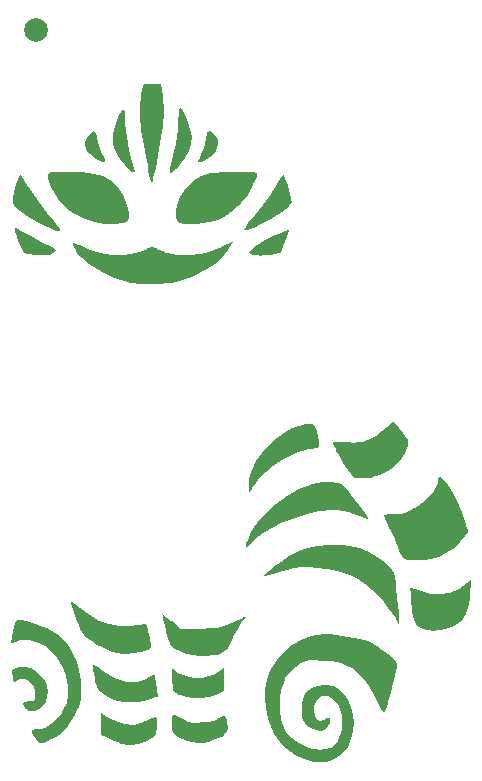
<source format=gbr>
%TF.GenerationSoftware,KiCad,Pcbnew,8.0.4*%
%TF.CreationDate,2024-07-22T12:01:49+03:00*%
%TF.ProjectId,purrChash,70757272-4368-4617-9368-2e6b69636164,rev?*%
%TF.SameCoordinates,Original*%
%TF.FileFunction,Soldermask,Top*%
%TF.FilePolarity,Negative*%
%FSLAX46Y46*%
G04 Gerber Fmt 4.6, Leading zero omitted, Abs format (unit mm)*
G04 Created by KiCad (PCBNEW 8.0.4) date 2024-07-22 12:01:49*
%MOMM*%
%LPD*%
G01*
G04 APERTURE LIST*
%ADD10C,0.000000*%
%ADD11C,2.000000*%
G04 APERTURE END LIST*
D10*
%TO.C,*%
G36*
X32386000Y-25740000D02*
G01*
X32539000Y-25867000D01*
X32803000Y-26219000D01*
X32873000Y-26393000D01*
X32906000Y-26544000D01*
X32905000Y-26723000D01*
X32818000Y-27112000D01*
X32589000Y-27476000D01*
X32447000Y-27630000D01*
X32214000Y-27827000D01*
X31938000Y-28014000D01*
X31660000Y-28170000D01*
X31418000Y-28272000D01*
X31254000Y-28298000D01*
X31235000Y-28293000D01*
X31213000Y-28207000D01*
X31261000Y-28043000D01*
X31326000Y-27900000D01*
X31429000Y-27680000D01*
X31483000Y-27568000D01*
X31686000Y-27110000D01*
X31812000Y-26725000D01*
X31877000Y-26357000D01*
X31890000Y-26209000D01*
X31921000Y-25931000D01*
X31977000Y-25764000D01*
X32025000Y-25701000D01*
X32177000Y-25647000D01*
X32386000Y-25740000D01*
G37*
G36*
X22484000Y-25689000D02*
G01*
X22565000Y-25834000D01*
X22638000Y-26106000D01*
X22661000Y-26218000D01*
X22831000Y-26893000D01*
X23090000Y-27559000D01*
X23133000Y-27652000D01*
X23230000Y-27873000D01*
X23297000Y-28048000D01*
X23305000Y-28075000D01*
X23328000Y-28188000D01*
X23306000Y-28250000D01*
X23304000Y-28253000D01*
X23231000Y-28303000D01*
X23089000Y-28272000D01*
X23074000Y-28266000D01*
X22854000Y-28161000D01*
X22570000Y-27991000D01*
X22283000Y-27795000D01*
X22052000Y-27612000D01*
X22046000Y-27606000D01*
X21825000Y-27351000D01*
X21669000Y-27072000D01*
X21621000Y-26800000D01*
X21651000Y-26512000D01*
X21670000Y-26456000D01*
X21830000Y-26158000D01*
X22065000Y-25860000D01*
X22127000Y-25797000D01*
X22266000Y-25680000D01*
X22372000Y-25647000D01*
X22382000Y-25647000D01*
X22484000Y-25689000D01*
G37*
G36*
X29773000Y-23717000D02*
G01*
X29898000Y-23882000D01*
X30036000Y-24129000D01*
X30259000Y-24649000D01*
X30447000Y-25210000D01*
X30581000Y-25753000D01*
X30641000Y-26176000D01*
X30603000Y-26751000D01*
X30412000Y-27346000D01*
X30070000Y-27951000D01*
X29767000Y-28349000D01*
X29544000Y-28599000D01*
X29312000Y-28837000D01*
X29108000Y-29024000D01*
X28972000Y-29125000D01*
X28879000Y-29163000D01*
X28830000Y-29146000D01*
X28804000Y-29098000D01*
X28805000Y-28986000D01*
X28839000Y-28789000D01*
X28907000Y-28482000D01*
X29009000Y-28066000D01*
X29185000Y-27334000D01*
X29317000Y-26708000D01*
X29411000Y-26143000D01*
X29476000Y-25593000D01*
X29517000Y-25013000D01*
X29530000Y-24726000D01*
X29557000Y-24249000D01*
X29598000Y-23908000D01*
X29649000Y-23714000D01*
X29685000Y-23671000D01*
X29773000Y-23717000D01*
G37*
G36*
X15772000Y-33843000D02*
G01*
X15963000Y-33933000D01*
X16227000Y-34072000D01*
X16531000Y-34243000D01*
X16838000Y-34425000D01*
X17218000Y-34648000D01*
X17642000Y-34880000D01*
X18057000Y-35094000D01*
X18408000Y-35262000D01*
X18510000Y-35306000D01*
X18849000Y-35462000D01*
X19049000Y-35596000D01*
X19127000Y-35719000D01*
X19130000Y-35747000D01*
X19059000Y-35877000D01*
X18875000Y-36010000D01*
X18623000Y-36117000D01*
X18504000Y-36148000D01*
X18187000Y-36181000D01*
X17786000Y-36176000D01*
X17522000Y-36154000D01*
X17254000Y-36118000D01*
X17042000Y-36085000D01*
X16763000Y-36028000D01*
X16557000Y-35950000D01*
X16399000Y-35824000D01*
X16262000Y-35623000D01*
X16123000Y-35320000D01*
X15981000Y-34956000D01*
X15837000Y-34552000D01*
X15734000Y-34213000D01*
X15678000Y-33965000D01*
X15676000Y-33832000D01*
X15686000Y-33819000D01*
X15772000Y-33843000D01*
G37*
G36*
X24950000Y-23851000D02*
G01*
X24996000Y-23944000D01*
X25023000Y-24128000D01*
X25036000Y-24431000D01*
X25040000Y-24716000D01*
X25046000Y-25096000D01*
X25061000Y-25392000D01*
X25091000Y-25681000D01*
X25142000Y-26036000D01*
X25246000Y-26634000D01*
X25379000Y-27278000D01*
X25527000Y-27913000D01*
X25680000Y-28486000D01*
X25793000Y-28853000D01*
X25825000Y-29011000D01*
X25826000Y-29053000D01*
X25804000Y-29131000D01*
X25750000Y-29142000D01*
X25623000Y-29109000D01*
X25580000Y-29084000D01*
X25433000Y-28964000D01*
X25227000Y-28763000D01*
X25001000Y-28524000D01*
X24799000Y-28291000D01*
X24775000Y-28261000D01*
X24404000Y-27742000D01*
X24161000Y-27259000D01*
X24031000Y-26772000D01*
X24000000Y-26243000D01*
X24008000Y-26066000D01*
X24104000Y-25437000D01*
X24296000Y-24785000D01*
X24494000Y-24324000D01*
X24648000Y-24054000D01*
X24789000Y-23879000D01*
X24883000Y-23826000D01*
X24950000Y-23851000D01*
G37*
G36*
X38902000Y-34018000D02*
G01*
X38871000Y-34105000D01*
X38801000Y-34310000D01*
X38704000Y-34598000D01*
X38629000Y-34821000D01*
X38495000Y-35212000D01*
X38399000Y-35481000D01*
X38329000Y-35657000D01*
X38271000Y-35769000D01*
X38214000Y-35847000D01*
X38199000Y-35864000D01*
X38095000Y-35950000D01*
X37938000Y-36016000D01*
X37696000Y-36070000D01*
X37336000Y-36122000D01*
X37232000Y-36135000D01*
X36777000Y-36182000D01*
X36442000Y-36195000D01*
X36260000Y-36185000D01*
X36049000Y-36153000D01*
X35910000Y-36125000D01*
X35664000Y-36052000D01*
X35549000Y-35968000D01*
X35530000Y-35899000D01*
X35578000Y-35774000D01*
X35728000Y-35618000D01*
X35991000Y-35423000D01*
X36376000Y-35184000D01*
X36893000Y-34893000D01*
X37220000Y-34717000D01*
X37731000Y-34453000D01*
X38174000Y-34240000D01*
X38527000Y-34087000D01*
X38771000Y-34003000D01*
X38825000Y-33992000D01*
X38904000Y-33990000D01*
X38902000Y-34018000D01*
G37*
G36*
X38493000Y-29418000D02*
G01*
X38577000Y-29614000D01*
X38677000Y-29901000D01*
X38786000Y-30247000D01*
X38892000Y-30620000D01*
X38986000Y-30987000D01*
X39059000Y-31316000D01*
X39092000Y-31506000D01*
X39107000Y-31647000D01*
X39089000Y-31728000D01*
X39070000Y-31765000D01*
X38916000Y-31963000D01*
X38642000Y-32211000D01*
X38273000Y-32492000D01*
X37836000Y-32792000D01*
X37354000Y-33093000D01*
X36855000Y-33380000D01*
X36363000Y-33636000D01*
X35904000Y-33846000D01*
X35590000Y-33965000D01*
X35332000Y-34032000D01*
X35152000Y-34039000D01*
X35105000Y-34018000D01*
X35084000Y-33963000D01*
X35129000Y-33861000D01*
X35213000Y-33731000D01*
X35401000Y-33468000D01*
X35671000Y-33125000D01*
X36009000Y-32716000D01*
X36663000Y-31911000D01*
X37205000Y-31191000D01*
X37630000Y-30562000D01*
X37790000Y-30296000D01*
X37972000Y-29990000D01*
X38150000Y-29712000D01*
X38302000Y-29494000D01*
X38407000Y-29366000D01*
X38437000Y-29346000D01*
X38493000Y-29418000D01*
G37*
G36*
X23018000Y-74950000D02*
G01*
X23157000Y-75059000D01*
X23192000Y-75087000D01*
X23656000Y-75382000D01*
X24243000Y-75627000D01*
X24968000Y-75827000D01*
X25160000Y-75867000D01*
X25600000Y-75913000D01*
X25809000Y-75901000D01*
X26026000Y-75854000D01*
X26304000Y-75758000D01*
X26520000Y-75672000D01*
X26964000Y-75494000D01*
X27311000Y-75363000D01*
X27544000Y-75285000D01*
X27635000Y-75266000D01*
X27683000Y-75302000D01*
X27711000Y-75433000D01*
X27725000Y-75690000D01*
X27725000Y-75701000D01*
X27718000Y-76173000D01*
X27668000Y-76542000D01*
X27605000Y-76736000D01*
X27426000Y-76947000D01*
X27112000Y-77153000D01*
X26685000Y-77338000D01*
X26580000Y-77374000D01*
X26094000Y-77505000D01*
X25609000Y-77588000D01*
X25186000Y-77612000D01*
X25069000Y-77606000D01*
X24918000Y-77586000D01*
X24869000Y-77576000D01*
X24688000Y-77510000D01*
X24382000Y-77384000D01*
X23945000Y-77196000D01*
X23375000Y-76945000D01*
X22951000Y-76756000D01*
X22950000Y-75831000D01*
X22951000Y-75468000D01*
X22952000Y-75172000D01*
X22955000Y-74974000D01*
X22957000Y-74906000D01*
X23018000Y-74950000D01*
G37*
G36*
X28137000Y-22171000D02*
G01*
X28196000Y-22614000D01*
X28237000Y-22947000D01*
X28261000Y-23220000D01*
X28273000Y-23480000D01*
X28278000Y-23776000D01*
X28278000Y-23956000D01*
X28271000Y-24435000D01*
X28248000Y-24856000D01*
X28202000Y-25297000D01*
X28150000Y-25688000D01*
X28082000Y-26131000D01*
X27998000Y-26641000D01*
X27901000Y-27193000D01*
X27797000Y-27758000D01*
X27692000Y-28310000D01*
X27591000Y-28821000D01*
X27498000Y-29265000D01*
X27420000Y-29613000D01*
X27360000Y-29839000D01*
X27346000Y-29881000D01*
X27286000Y-29981000D01*
X27223000Y-29949000D01*
X27171000Y-29851000D01*
X27118000Y-29658000D01*
X27057000Y-29348000D01*
X26990000Y-28936000D01*
X26926000Y-28534000D01*
X26859000Y-28161000D01*
X26781000Y-27769000D01*
X26681000Y-27308000D01*
X26580000Y-26860000D01*
X26361000Y-25583000D01*
X26269000Y-24254000D01*
X26267000Y-24006000D01*
X26271000Y-23586000D01*
X26288000Y-23245000D01*
X26324000Y-22924000D01*
X26386000Y-22562000D01*
X26475000Y-22131000D01*
X26578000Y-21646000D01*
X27321000Y-21646000D01*
X28064000Y-21646000D01*
X28137000Y-22171000D01*
G37*
G36*
X16217000Y-29391000D02*
G01*
X16326000Y-29567000D01*
X16477000Y-29815000D01*
X16551000Y-29936000D01*
X16747000Y-30256000D01*
X16942000Y-30565000D01*
X17098000Y-30806000D01*
X17125000Y-30846000D01*
X17537000Y-31425000D01*
X17992000Y-32021000D01*
X18431000Y-32555000D01*
X18432000Y-32556000D01*
X18745000Y-32925000D01*
X19010000Y-33249000D01*
X19205000Y-33498000D01*
X19270000Y-33588000D01*
X19398000Y-33794000D01*
X19487000Y-33971000D01*
X19510000Y-34050000D01*
X19448000Y-34132000D01*
X19313000Y-34131000D01*
X19300000Y-34126000D01*
X19206000Y-34086000D01*
X19030000Y-34013000D01*
X19010000Y-34005000D01*
X17915000Y-33506000D01*
X16957000Y-32981000D01*
X16145000Y-32436000D01*
X15950000Y-32284000D01*
X15707000Y-32073000D01*
X15570000Y-31906000D01*
X15508000Y-31743000D01*
X15500000Y-31694000D01*
X15508000Y-31509000D01*
X15554000Y-31215000D01*
X15631000Y-30855000D01*
X15728000Y-30473000D01*
X15811000Y-30196000D01*
X15880000Y-29996000D01*
X15970000Y-29763000D01*
X16061000Y-29542000D01*
X16134000Y-29379000D01*
X16171000Y-29320000D01*
X16172000Y-29320000D01*
X16217000Y-29391000D01*
G37*
G36*
X40930000Y-50488000D02*
G01*
X41060000Y-50620000D01*
X41169000Y-50864000D01*
X41229000Y-51046000D01*
X41375000Y-51551000D01*
X41448000Y-51929000D01*
X41451000Y-52196000D01*
X41411000Y-52326000D01*
X41310000Y-52449000D01*
X41141000Y-52522000D01*
X40862000Y-52561000D01*
X40781000Y-52566000D01*
X40528000Y-52589000D01*
X40315000Y-52620000D01*
X40300000Y-52623000D01*
X39663000Y-52816000D01*
X38974000Y-53123000D01*
X38267000Y-53522000D01*
X37575000Y-53994000D01*
X36932000Y-54515000D01*
X36372000Y-55066000D01*
X36266000Y-55186000D01*
X36089000Y-55407000D01*
X35902000Y-55662000D01*
X35865000Y-55716000D01*
X35723000Y-55924000D01*
X35611000Y-56088000D01*
X35586000Y-56124000D01*
X35510000Y-56233000D01*
X35510000Y-55774000D01*
X35517000Y-55386000D01*
X35540000Y-55132000D01*
X35541000Y-55126000D01*
X35742000Y-54359000D01*
X36090000Y-53608000D01*
X36572000Y-52889000D01*
X37174000Y-52219000D01*
X37882000Y-51612000D01*
X38685000Y-51084000D01*
X39180000Y-50824000D01*
X39725000Y-50598000D01*
X40217000Y-50475000D01*
X40460000Y-50447000D01*
X40743000Y-50440000D01*
X40930000Y-50488000D01*
G37*
G36*
X20657000Y-29129000D02*
G01*
X21353000Y-29153000D01*
X21929000Y-29195000D01*
X22402000Y-29256000D01*
X22792000Y-29339000D01*
X23118000Y-29445000D01*
X23280000Y-29516000D01*
X23715000Y-29783000D01*
X24140000Y-30146000D01*
X24474000Y-30528000D01*
X24813000Y-31060000D01*
X25078000Y-31628000D01*
X25255000Y-32188000D01*
X25327000Y-32698000D01*
X25327000Y-32805000D01*
X25316000Y-32987000D01*
X25288000Y-33097000D01*
X25266000Y-33146000D01*
X25191000Y-33256000D01*
X25072000Y-33336000D01*
X24873000Y-33399000D01*
X24559000Y-33460000D01*
X24448000Y-33479000D01*
X24263000Y-33496000D01*
X23985000Y-33510000D01*
X23682000Y-33518000D01*
X23423000Y-33519000D01*
X23310000Y-33514000D01*
X22356000Y-33352000D01*
X21456000Y-33042000D01*
X20623000Y-32591000D01*
X20320000Y-32379000D01*
X19951000Y-32078000D01*
X19653000Y-31772000D01*
X19369000Y-31398000D01*
X19280000Y-31266000D01*
X18990000Y-30796000D01*
X18757000Y-30347000D01*
X18588000Y-29942000D01*
X18492000Y-29602000D01*
X18477000Y-29348000D01*
X18538000Y-29212000D01*
X18589000Y-29175000D01*
X18657000Y-29149000D01*
X18769000Y-29132000D01*
X18951000Y-29122000D01*
X19230000Y-29119000D01*
X19632000Y-29119000D01*
X19820000Y-29119000D01*
X20657000Y-29129000D01*
G37*
G36*
X33382000Y-71136000D02*
G01*
X33404000Y-71186000D01*
X33418000Y-71284000D01*
X33425000Y-71458000D01*
X33428000Y-71734000D01*
X33426000Y-72139000D01*
X33426000Y-72213000D01*
X33420000Y-73049000D01*
X33051000Y-73218000D01*
X32685000Y-73380000D01*
X32405000Y-73487000D01*
X32155000Y-73562000D01*
X32105000Y-73575000D01*
X31433000Y-73683000D01*
X30810000Y-73686000D01*
X30220000Y-73604000D01*
X29683000Y-73422000D01*
X29557000Y-73364000D01*
X29286000Y-73200000D01*
X29138000Y-73027000D01*
X29134000Y-73020000D01*
X29100000Y-72946000D01*
X29074000Y-72860000D01*
X29053000Y-72738000D01*
X29033000Y-72556000D01*
X29013000Y-72290000D01*
X28990000Y-71914000D01*
X28962000Y-71406000D01*
X28958000Y-71338000D01*
X28952000Y-71170000D01*
X28962000Y-71116000D01*
X28973000Y-71117000D01*
X29049000Y-71170000D01*
X29204000Y-71279000D01*
X29240000Y-71305000D01*
X29533000Y-71507000D01*
X29756000Y-71640000D01*
X29965000Y-71731000D01*
X30158000Y-71795000D01*
X30512000Y-71885000D01*
X30857000Y-71926000D01*
X31170000Y-71934000D01*
X31513000Y-71925000D01*
X31790000Y-71892000D01*
X32087000Y-71825000D01*
X32645000Y-71616000D01*
X33100000Y-71297000D01*
X33130000Y-71270000D01*
X33276000Y-71142000D01*
X33352000Y-71113000D01*
X33382000Y-71136000D01*
G37*
G36*
X16606000Y-71028000D02*
G01*
X17091000Y-71128000D01*
X17509000Y-71360000D01*
X17752000Y-71579000D01*
X18123000Y-72059000D01*
X18362000Y-72581000D01*
X18461000Y-73118000D01*
X18444000Y-73468000D01*
X18307000Y-73967000D01*
X18061000Y-74350000D01*
X17706000Y-74615000D01*
X17552000Y-74682000D01*
X17305000Y-74734000D01*
X17038000Y-74737000D01*
X16899000Y-74710000D01*
X16649000Y-74570000D01*
X16569000Y-74490000D01*
X16430000Y-74275000D01*
X16410000Y-74166000D01*
X16446000Y-74027000D01*
X16573000Y-73951000D01*
X16821000Y-73924000D01*
X16916000Y-73924000D01*
X17147000Y-73918000D01*
X17271000Y-73884000D01*
X17340000Y-73805000D01*
X17350000Y-73785000D01*
X17394000Y-73644000D01*
X17412000Y-73541000D01*
X17404000Y-73091000D01*
X17273000Y-72681000D01*
X17035000Y-72346000D01*
X16742000Y-72136000D01*
X16577000Y-72071000D01*
X16411000Y-72051000D01*
X16152000Y-72068000D01*
X15886000Y-72168000D01*
X15870000Y-72176000D01*
X15667000Y-72255000D01*
X15577000Y-72243000D01*
X15554000Y-72152000D01*
X15533000Y-72013000D01*
X15493000Y-71766000D01*
X15459000Y-71607000D01*
X15419000Y-71424000D01*
X15415000Y-71329000D01*
X15439000Y-71268000D01*
X15561000Y-71176000D01*
X15797000Y-71098000D01*
X16101000Y-71043000D01*
X16428000Y-71022000D01*
X16606000Y-71028000D01*
G37*
G36*
X29395000Y-75143000D02*
G01*
X29672000Y-75300000D01*
X29750000Y-75351000D01*
X30062000Y-75544000D01*
X30303000Y-75661000D01*
X30529000Y-75724000D01*
X30713000Y-75748000D01*
X31108000Y-75755000D01*
X31585000Y-75721000D01*
X32075000Y-75651000D01*
X32418000Y-75577000D01*
X32729000Y-75486000D01*
X32961000Y-75385000D01*
X33112000Y-75295000D01*
X33275000Y-75197000D01*
X33364000Y-75153000D01*
X33454000Y-75132000D01*
X33499000Y-75154000D01*
X33569000Y-75269000D01*
X33635000Y-75491000D01*
X33685000Y-75765000D01*
X33707000Y-76037000D01*
X33707000Y-76116000D01*
X33694000Y-76286000D01*
X33655000Y-76407000D01*
X33631000Y-76457000D01*
X33404000Y-76749000D01*
X33184000Y-76914000D01*
X32875000Y-77076000D01*
X32486000Y-77237000D01*
X32092000Y-77367000D01*
X31935000Y-77407000D01*
X31730000Y-77437000D01*
X31474000Y-77457000D01*
X31254000Y-77459000D01*
X31200000Y-77455000D01*
X30765000Y-77375000D01*
X30293000Y-77259000D01*
X29881000Y-77128000D01*
X29870000Y-77124000D01*
X29479000Y-76924000D01*
X29201000Y-76669000D01*
X29110000Y-76519000D01*
X29029000Y-76260000D01*
X28988000Y-75915000D01*
X28982000Y-75656000D01*
X28987000Y-75377000D01*
X29009000Y-75215000D01*
X29057000Y-75132000D01*
X29076000Y-75116000D01*
X29204000Y-75085000D01*
X29395000Y-75143000D01*
G37*
G36*
X35234000Y-29118000D02*
G01*
X35460000Y-29125000D01*
X35803000Y-29141000D01*
X36018000Y-29158000D01*
X36133000Y-29181000D01*
X36176000Y-29204000D01*
X36181000Y-29302000D01*
X36142000Y-29498000D01*
X36076000Y-29716000D01*
X35995000Y-29920000D01*
X35884000Y-30170000D01*
X35860000Y-30220000D01*
X35394000Y-31051000D01*
X34861000Y-31752000D01*
X34608000Y-32016000D01*
X34005000Y-32543000D01*
X33426000Y-32932000D01*
X32847000Y-33196000D01*
X32480000Y-33303000D01*
X32312000Y-33335000D01*
X32043000Y-33378000D01*
X31730000Y-33424000D01*
X31720000Y-33426000D01*
X31418000Y-33468000D01*
X31169000Y-33504000D01*
X31023000Y-33525000D01*
X31018000Y-33526000D01*
X30795000Y-33542000D01*
X30503000Y-33538000D01*
X30320000Y-33524000D01*
X30020000Y-33484000D01*
X29765000Y-33434000D01*
X29659000Y-33404000D01*
X29458000Y-33256000D01*
X29403000Y-33153000D01*
X29358000Y-32939000D01*
X29334000Y-32658000D01*
X29335000Y-32479000D01*
X29441000Y-31879000D01*
X29680000Y-31273000D01*
X30031000Y-30692000D01*
X30471000Y-30166000D01*
X30980000Y-29728000D01*
X31433000Y-29456000D01*
X31689000Y-29348000D01*
X31964000Y-29274000D01*
X32310000Y-29224000D01*
X32590000Y-29198000D01*
X33227000Y-29156000D01*
X33922000Y-29128000D01*
X34613000Y-29115000D01*
X35234000Y-29118000D01*
G37*
G36*
X54282000Y-63748000D02*
G01*
X54276000Y-63945000D01*
X54266000Y-64220000D01*
X54253000Y-64531000D01*
X54238000Y-64837000D01*
X54224000Y-65099000D01*
X54212000Y-65273000D01*
X54210000Y-65296000D01*
X54090000Y-65999000D01*
X53893000Y-66565000D01*
X53617000Y-67000000D01*
X53560000Y-67064000D01*
X53373000Y-67237000D01*
X53152000Y-67382000D01*
X52851000Y-67528000D01*
X52639000Y-67616000D01*
X52066000Y-67817000D01*
X51790000Y-67888000D01*
X51476000Y-67929000D01*
X51100000Y-67940000D01*
X50759000Y-67920000D01*
X50680000Y-67908000D01*
X50208000Y-67792000D01*
X49868000Y-67630000D01*
X49633000Y-67395000D01*
X49476000Y-67059000D01*
X49371000Y-66599000D01*
X49334000Y-66333000D01*
X49292000Y-65956000D01*
X49249000Y-65522000D01*
X49210000Y-65079000D01*
X49180000Y-64679000D01*
X49166000Y-64446000D01*
X49160000Y-64316000D01*
X49217000Y-64322000D01*
X49340000Y-64353000D01*
X49585000Y-64428000D01*
X49919000Y-64538000D01*
X50120000Y-64606000D01*
X50610000Y-64756000D01*
X51025000Y-64838000D01*
X51428000Y-64862000D01*
X51580000Y-64859000D01*
X51912000Y-64833000D01*
X52282000Y-64784000D01*
X52598000Y-64724000D01*
X52635000Y-64715000D01*
X52986000Y-64601000D01*
X53309000Y-64438000D01*
X53648000Y-64201000D01*
X53997000Y-63908000D01*
X54161000Y-63764000D01*
X54264000Y-63680000D01*
X54281000Y-63670000D01*
X54282000Y-63748000D01*
G37*
G36*
X20576000Y-65511000D02*
G01*
X20779000Y-65659000D01*
X21089000Y-65920000D01*
X21239000Y-66053000D01*
X22015000Y-66655000D01*
X22820000Y-67103000D01*
X23668000Y-67402000D01*
X24569000Y-67558000D01*
X24890000Y-67579000D01*
X25412000Y-67566000D01*
X26036000Y-67485000D01*
X26312000Y-67434000D01*
X26561000Y-67387000D01*
X26737000Y-67355000D01*
X26793000Y-67346000D01*
X26818000Y-67389000D01*
X26859000Y-67530000D01*
X26924000Y-67793000D01*
X26987000Y-68061000D01*
X27083000Y-68483000D01*
X27148000Y-68779000D01*
X27186000Y-68980000D01*
X27205000Y-69114000D01*
X27209000Y-69196000D01*
X27188000Y-69373000D01*
X27105000Y-69502000D01*
X26931000Y-69603000D01*
X26640000Y-69696000D01*
X26440000Y-69746000D01*
X25630000Y-69877000D01*
X25280000Y-69895000D01*
X25047000Y-69898000D01*
X24882000Y-69896000D01*
X24850000Y-69895000D01*
X24348000Y-69824000D01*
X23971000Y-69742000D01*
X23761000Y-69672000D01*
X23533000Y-69572000D01*
X23231000Y-69427000D01*
X22923000Y-69270000D01*
X22678000Y-69135000D01*
X22187000Y-68833000D01*
X21818000Y-68568000D01*
X21545000Y-68315000D01*
X21342000Y-68052000D01*
X21213000Y-67821000D01*
X21072000Y-67499000D01*
X20917000Y-67096000D01*
X20763000Y-66657000D01*
X20625000Y-66228000D01*
X20520000Y-65854000D01*
X20461000Y-65582000D01*
X20461000Y-65581000D01*
X20462000Y-65487000D01*
X20478000Y-65474000D01*
X20576000Y-65511000D01*
G37*
G36*
X43010000Y-55447000D02*
G01*
X43368000Y-55559000D01*
X43636000Y-55760000D01*
X43811000Y-55991000D01*
X44139000Y-56489000D01*
X44449000Y-56919000D01*
X44790000Y-57351000D01*
X45044000Y-57653000D01*
X45290000Y-57952000D01*
X45482000Y-58207000D01*
X45601000Y-58390000D01*
X45630000Y-58466000D01*
X45560000Y-58483000D01*
X45360000Y-58439000D01*
X45045000Y-58337000D01*
X44631000Y-58182000D01*
X44540000Y-58146000D01*
X43961000Y-57939000D01*
X43446000Y-57813000D01*
X42930000Y-57754000D01*
X42609000Y-57746000D01*
X42218000Y-57756000D01*
X41859000Y-57790000D01*
X41450000Y-57857000D01*
X40426000Y-58088000D01*
X39396000Y-58403000D01*
X38399000Y-58787000D01*
X37478000Y-59223000D01*
X36672000Y-59695000D01*
X36640000Y-59716000D01*
X36331000Y-59932000D01*
X36069000Y-60142000D01*
X35787000Y-60402000D01*
X35700000Y-60486000D01*
X35467000Y-60711000D01*
X35325000Y-60842000D01*
X35248000Y-60897000D01*
X35213000Y-60895000D01*
X35204000Y-60880000D01*
X35216000Y-60778000D01*
X35268000Y-60582000D01*
X35345000Y-60348000D01*
X35382000Y-60250000D01*
X35695000Y-59595000D01*
X36108000Y-58946000D01*
X36167000Y-58866000D01*
X36357000Y-58621000D01*
X36544000Y-58402000D01*
X36775000Y-58156000D01*
X36928000Y-57999000D01*
X37818000Y-57190000D01*
X38754000Y-56514000D01*
X39723000Y-55982000D01*
X40712000Y-55599000D01*
X40850000Y-55558000D01*
X41665000Y-55394000D01*
X42452000Y-55375000D01*
X43010000Y-55447000D01*
G37*
G36*
X22417000Y-70856000D02*
G01*
X22575000Y-70933000D01*
X22734000Y-71028000D01*
X22870000Y-71126000D01*
X23075000Y-71276000D01*
X23184000Y-71358000D01*
X23780000Y-71764000D01*
X24339000Y-72049000D01*
X24900000Y-72233000D01*
X24928000Y-72240000D01*
X25095000Y-72275000D01*
X25252000Y-72291000D01*
X25478000Y-72295000D01*
X25520000Y-72295000D01*
X25958000Y-72270000D01*
X26347000Y-72185000D01*
X26759000Y-72020000D01*
X26908000Y-71947000D01*
X27175000Y-71820000D01*
X27385000Y-71732000D01*
X27502000Y-71698000D01*
X27513000Y-71701000D01*
X27534000Y-71782000D01*
X27569000Y-71964000D01*
X27579000Y-72026000D01*
X27609000Y-72221000D01*
X27648000Y-72489000D01*
X27691000Y-72790000D01*
X27731000Y-73081000D01*
X27763000Y-73322000D01*
X27782000Y-73470000D01*
X27784000Y-73498000D01*
X27714000Y-73526000D01*
X27539000Y-73595000D01*
X27370000Y-73662000D01*
X26929000Y-73826000D01*
X26566000Y-73930000D01*
X26218000Y-73988000D01*
X25819000Y-74014000D01*
X25630000Y-74018000D01*
X25257000Y-74017000D01*
X25000000Y-74003000D01*
X24930000Y-73995000D01*
X24490000Y-73917000D01*
X24115000Y-73800000D01*
X23718000Y-73620000D01*
X23331000Y-73402000D01*
X23008000Y-73173000D01*
X22888000Y-73067000D01*
X22734000Y-72876000D01*
X22612000Y-72626000D01*
X22507000Y-72280000D01*
X22431000Y-71936000D01*
X22368000Y-71577000D01*
X22326000Y-71253000D01*
X22308000Y-71000000D01*
X22319000Y-70855000D01*
X22331000Y-70836000D01*
X22417000Y-70856000D01*
G37*
G36*
X47798000Y-50241000D02*
G01*
X47887000Y-50346000D01*
X47950000Y-50439000D01*
X48174000Y-50751000D01*
X48430000Y-51075000D01*
X48566000Y-51234000D01*
X48750000Y-51457000D01*
X48897000Y-51666000D01*
X48932000Y-51726000D01*
X48978000Y-51961000D01*
X48940000Y-52292000D01*
X48821000Y-52683000D01*
X48788000Y-52765000D01*
X48492000Y-53292000D01*
X48064000Y-53795000D01*
X47533000Y-54243000D01*
X47267000Y-54418000D01*
X46624000Y-54742000D01*
X45939000Y-54970000D01*
X45816000Y-54998000D01*
X45629000Y-55033000D01*
X45446000Y-55050000D01*
X45188000Y-55058000D01*
X45160000Y-55058000D01*
X44834000Y-55056000D01*
X44625000Y-55040000D01*
X44620000Y-55039000D01*
X44483000Y-55009000D01*
X44384000Y-54949000D01*
X44333000Y-54908000D01*
X44131000Y-54702000D01*
X43883000Y-54386000D01*
X43613000Y-53993000D01*
X43342000Y-53559000D01*
X43094000Y-53118000D01*
X42910000Y-52746000D01*
X42830000Y-52560000D01*
X42740000Y-52336000D01*
X42658000Y-52125000D01*
X42605000Y-51976000D01*
X42595000Y-51935000D01*
X42672000Y-51936000D01*
X42874000Y-51947000D01*
X43165000Y-51964000D01*
X43361000Y-51976000D01*
X43944000Y-52010000D01*
X44399000Y-52025000D01*
X44754000Y-52018000D01*
X45042000Y-51985000D01*
X45292000Y-51925000D01*
X45534000Y-51833000D01*
X45740000Y-51736000D01*
X46250000Y-51444000D01*
X46737000Y-51073000D01*
X47158000Y-50680000D01*
X47417000Y-50424000D01*
X47591000Y-50271000D01*
X47709000Y-50213000D01*
X47798000Y-50241000D01*
G37*
G36*
X28208000Y-66541000D02*
G01*
X28366000Y-66667000D01*
X28602000Y-66859000D01*
X28892000Y-67095000D01*
X28945000Y-67139000D01*
X29740000Y-67791000D01*
X31020000Y-67778000D01*
X31590000Y-67772000D01*
X32024000Y-67764000D01*
X32347000Y-67753000D01*
X32583000Y-67739000D01*
X32757000Y-67720000D01*
X32850000Y-67705000D01*
X33082000Y-67656000D01*
X33298000Y-67594000D01*
X33538000Y-67506000D01*
X33840000Y-67377000D01*
X34242000Y-67194000D01*
X34299000Y-67167000D01*
X34569000Y-67042000D01*
X34807000Y-66935000D01*
X34921000Y-66885000D01*
X35115000Y-66815000D01*
X35207000Y-66813000D01*
X35210000Y-66822000D01*
X35164000Y-66887000D01*
X35089000Y-66977000D01*
X34832000Y-67319000D01*
X34548000Y-67783000D01*
X34257000Y-68337000D01*
X34142000Y-68577000D01*
X33914000Y-69044000D01*
X33718000Y-69385000D01*
X33529000Y-69626000D01*
X33324000Y-69790000D01*
X33080000Y-69904000D01*
X32840000Y-69976000D01*
X32447000Y-70047000D01*
X31971000Y-70088000D01*
X31490000Y-70094000D01*
X31310000Y-70085000D01*
X30727000Y-70020000D01*
X30222000Y-69918000D01*
X30045000Y-69865000D01*
X29795000Y-69763000D01*
X29495000Y-69617000D01*
X29230000Y-69469000D01*
X29154000Y-69420000D01*
X28942000Y-69240000D01*
X28781000Y-69011000D01*
X28653000Y-68696000D01*
X28542000Y-68286000D01*
X28507000Y-68132000D01*
X28451000Y-67883000D01*
X28384000Y-67576000D01*
X28312000Y-67250000D01*
X28245000Y-66941000D01*
X28190000Y-66689000D01*
X28157000Y-66532000D01*
X28150000Y-66498000D01*
X28208000Y-66541000D01*
G37*
G36*
X34097000Y-35087000D02*
G01*
X34015000Y-35247000D01*
X33987000Y-35302000D01*
X33723000Y-35751000D01*
X33431000Y-36125000D01*
X33320000Y-36244000D01*
X32612000Y-36874000D01*
X31776000Y-37436000D01*
X30833000Y-37916000D01*
X29899000Y-38273000D01*
X29604000Y-38358000D01*
X29284000Y-38425000D01*
X28889000Y-38483000D01*
X28520000Y-38525000D01*
X28049000Y-38561000D01*
X27486000Y-38579000D01*
X26898000Y-38581000D01*
X26353000Y-38563000D01*
X26350000Y-38563000D01*
X25479000Y-38473000D01*
X24676000Y-38291000D01*
X23880000Y-38002000D01*
X23390000Y-37774000D01*
X22618000Y-37347000D01*
X21945000Y-36888000D01*
X21392000Y-36411000D01*
X20983000Y-35939000D01*
X20820000Y-35694000D01*
X20681000Y-35451000D01*
X20590000Y-35260000D01*
X20570000Y-35183000D01*
X20592000Y-35127000D01*
X20675000Y-35126000D01*
X20846000Y-35187000D01*
X21130000Y-35316000D01*
X21157000Y-35329000D01*
X21917000Y-35660000D01*
X22621000Y-35895000D01*
X23328000Y-36052000D01*
X23976000Y-36137000D01*
X24793000Y-36163000D01*
X25554000Y-36085000D01*
X26232000Y-35906000D01*
X26688000Y-35698000D01*
X26969000Y-35547000D01*
X27179000Y-35474000D01*
X27372000Y-35478000D01*
X27603000Y-35558000D01*
X27876000Y-35689000D01*
X28204000Y-35842000D01*
X28496000Y-35946000D01*
X28683000Y-35997000D01*
X29531000Y-36138000D01*
X30445000Y-36149000D01*
X31401000Y-36031000D01*
X32374000Y-35785000D01*
X32462000Y-35757000D01*
X32743000Y-35658000D01*
X33013000Y-35549000D01*
X33323000Y-35407000D01*
X33675000Y-35233000D01*
X33909000Y-35118000D01*
X34073000Y-35040000D01*
X34130000Y-35016000D01*
X34097000Y-35087000D01*
G37*
G36*
X43430000Y-60708000D02*
G01*
X44016000Y-60777000D01*
X44494000Y-60856000D01*
X44903000Y-60959000D01*
X45283000Y-61100000D01*
X45674000Y-61296000D01*
X46116000Y-61559000D01*
X46600000Y-61873000D01*
X47001000Y-62148000D01*
X47287000Y-62370000D01*
X47483000Y-62563000D01*
X47616000Y-62748000D01*
X47652000Y-62816000D01*
X47746000Y-63058000D01*
X47833000Y-63394000D01*
X47915000Y-63838000D01*
X47994000Y-64403000D01*
X48072000Y-65102000D01*
X48150000Y-65926000D01*
X48174000Y-66243000D01*
X48192000Y-66577000D01*
X48204000Y-66892000D01*
X48209000Y-67149000D01*
X48204000Y-67310000D01*
X48195000Y-67346000D01*
X48139000Y-67290000D01*
X48105000Y-67241000D01*
X48016000Y-67098000D01*
X47910000Y-66916000D01*
X47628000Y-66459000D01*
X47300000Y-66002000D01*
X46895000Y-65506000D01*
X46569000Y-65136000D01*
X45939000Y-64487000D01*
X45326000Y-63968000D01*
X44696000Y-63559000D01*
X44016000Y-63238000D01*
X43250000Y-62984000D01*
X43000000Y-62918000D01*
X42119000Y-62723000D01*
X41329000Y-62606000D01*
X40588000Y-62560000D01*
X40460000Y-62559000D01*
X39895000Y-62581000D01*
X39341000Y-62654000D01*
X38749000Y-62788000D01*
X38068000Y-62991000D01*
X38060000Y-62994000D01*
X37550000Y-63154000D01*
X37159000Y-63266000D01*
X36896000Y-63326000D01*
X36771000Y-63332000D01*
X36764000Y-63328000D01*
X36791000Y-63250000D01*
X36930000Y-63100000D01*
X37160000Y-62895000D01*
X37460000Y-62651000D01*
X37809000Y-62385000D01*
X38187000Y-62113000D01*
X38571000Y-61852000D01*
X38930000Y-61626000D01*
X39753000Y-61219000D01*
X40430000Y-60989000D01*
X41306000Y-60794000D01*
X42214000Y-60690000D01*
X43092000Y-60682000D01*
X43430000Y-60708000D01*
G37*
G36*
X51813000Y-54989000D02*
G01*
X52021000Y-55178000D01*
X52264000Y-55476000D01*
X52529000Y-55866000D01*
X52802000Y-56328000D01*
X53071000Y-56843000D01*
X53290000Y-57316000D01*
X53394000Y-57570000D01*
X53518000Y-57895000D01*
X53650000Y-58258000D01*
X53781000Y-58627000D01*
X53897000Y-58970000D01*
X53989000Y-59257000D01*
X54046000Y-59455000D01*
X54058000Y-59531000D01*
X54008000Y-59605000D01*
X53893000Y-59771000D01*
X53771000Y-59946000D01*
X53353000Y-60484000D01*
X52912000Y-60915000D01*
X52480000Y-61237000D01*
X51724000Y-61647000D01*
X51272000Y-61814000D01*
X50912000Y-61896000D01*
X50448000Y-61956000D01*
X49935000Y-61988000D01*
X49427000Y-61990000D01*
X49310000Y-61985000D01*
X49066000Y-61963000D01*
X48880000Y-61937000D01*
X48723000Y-61898000D01*
X48635000Y-61842000D01*
X48633000Y-61840000D01*
X48476000Y-61643000D01*
X48305000Y-61333000D01*
X48112000Y-60892000D01*
X48030000Y-60686000D01*
X47767000Y-60032000D01*
X47531000Y-59499000D01*
X47306000Y-59051000D01*
X47261000Y-58969000D01*
X47097000Y-58647000D01*
X46994000Y-58386000D01*
X46962000Y-58217000D01*
X46970000Y-58186000D01*
X47053000Y-58136000D01*
X47077000Y-58129000D01*
X47273000Y-58099000D01*
X47557000Y-58076000D01*
X47857000Y-58066000D01*
X47870000Y-58066000D01*
X48334000Y-58046000D01*
X48719000Y-57973000D01*
X49087000Y-57830000D01*
X49503000Y-57596000D01*
X49538000Y-57574000D01*
X50193000Y-57120000D01*
X50728000Y-56652000D01*
X51124000Y-56186000D01*
X51158000Y-56136000D01*
X51361000Y-55778000D01*
X51466000Y-55441000D01*
X51491000Y-55256000D01*
X51523000Y-55045000D01*
X51582000Y-54950000D01*
X51652000Y-54930000D01*
X51813000Y-54989000D01*
G37*
G36*
X16257000Y-67053000D02*
G01*
X16282000Y-67057000D01*
X16949000Y-67195000D01*
X17673000Y-67437000D01*
X18409000Y-67763000D01*
X19110000Y-68156000D01*
X19289000Y-68272000D01*
X19691000Y-68601000D01*
X20059000Y-69032000D01*
X20411000Y-69589000D01*
X20569000Y-69886000D01*
X20826000Y-70419000D01*
X21009000Y-70869000D01*
X21131000Y-71284000D01*
X21206000Y-71714000D01*
X21249000Y-72186000D01*
X21262000Y-72496000D01*
X21269000Y-72860000D01*
X21268000Y-73223000D01*
X21261000Y-73531000D01*
X21248000Y-73716000D01*
X21186000Y-74050000D01*
X21072000Y-74402000D01*
X20890000Y-74818000D01*
X20767000Y-75066000D01*
X20469000Y-75602000D01*
X20162000Y-76038000D01*
X19821000Y-76418000D01*
X19417000Y-76770000D01*
X18956000Y-77058000D01*
X18760000Y-77157000D01*
X18341000Y-77343000D01*
X18034000Y-77442000D01*
X17822000Y-77458000D01*
X17796000Y-77453000D01*
X17663000Y-77362000D01*
X17495000Y-77158000D01*
X17438000Y-77070000D01*
X17249000Y-76748000D01*
X17146000Y-76523000D01*
X17130000Y-76445000D01*
X17141000Y-76372000D01*
X17199000Y-76331000D01*
X17344000Y-76306000D01*
X17580000Y-76287000D01*
X17924000Y-76244000D01*
X18215000Y-76152000D01*
X18360000Y-76087000D01*
X18743000Y-75858000D01*
X19120000Y-75535000D01*
X19170000Y-75486000D01*
X19440000Y-75192000D01*
X19664000Y-74883000D01*
X19784000Y-74688000D01*
X20062000Y-74067000D01*
X20194000Y-73383000D01*
X20180000Y-72640000D01*
X20120000Y-72256000D01*
X19975000Y-71691000D01*
X19762000Y-71148000D01*
X19680000Y-70976000D01*
X19278000Y-70293000D01*
X18789000Y-69717000D01*
X18734000Y-69664000D01*
X18245000Y-69267000D01*
X17724000Y-68995000D01*
X17240000Y-68846000D01*
X16887000Y-68775000D01*
X16572000Y-68748000D01*
X16442000Y-68746000D01*
X16090000Y-68776000D01*
X15766000Y-68882000D01*
X15688000Y-68918000D01*
X15520000Y-68990000D01*
X15428000Y-68987000D01*
X15397000Y-68887000D01*
X15414000Y-68665000D01*
X15438000Y-68491000D01*
X15515000Y-67983000D01*
X15585000Y-67612000D01*
X15652000Y-67356000D01*
X15722000Y-67191000D01*
X15825000Y-67080000D01*
X15988000Y-67038000D01*
X16257000Y-67053000D01*
G37*
G36*
X42414000Y-68236000D02*
G01*
X42862000Y-68290000D01*
X43371000Y-68366000D01*
X43905000Y-68457000D01*
X44428000Y-68556000D01*
X44904000Y-68656000D01*
X45296000Y-68750000D01*
X45568000Y-68831000D01*
X45581000Y-68836000D01*
X45925000Y-69000000D01*
X46345000Y-69255000D01*
X46806000Y-69576000D01*
X47274000Y-69941000D01*
X47576000Y-70200000D01*
X47840000Y-70453000D01*
X47991000Y-70643000D01*
X48048000Y-70795000D01*
X48050000Y-70826000D01*
X48028000Y-71013000D01*
X47969000Y-71323000D01*
X47881000Y-71726000D01*
X47770000Y-72193000D01*
X47644000Y-72693000D01*
X47512000Y-73196000D01*
X47380000Y-73672000D01*
X47257000Y-74091000D01*
X47150000Y-74423000D01*
X47097000Y-74568000D01*
X47006000Y-74756000D01*
X46922000Y-74824000D01*
X46899000Y-74826000D01*
X46824000Y-74777000D01*
X46722000Y-74619000D01*
X46581000Y-74331000D01*
X46550000Y-74264000D01*
X46122000Y-73394000D01*
X45681000Y-72661000D01*
X45214000Y-72045000D01*
X44820000Y-71630000D01*
X44226000Y-71153000D01*
X43600000Y-70816000D01*
X43290000Y-70697000D01*
X42955000Y-70609000D01*
X42565000Y-70546000D01*
X42091000Y-70504000D01*
X41501000Y-70479000D01*
X41199000Y-70472000D01*
X40858000Y-70467000D01*
X40637000Y-70467000D01*
X40495000Y-70474000D01*
X40395000Y-70488000D01*
X40359000Y-70495000D01*
X40110000Y-70573000D01*
X39854000Y-70710000D01*
X39544000Y-70930000D01*
X39453000Y-71001000D01*
X38955000Y-71472000D01*
X38592000Y-71998000D01*
X38541000Y-72096000D01*
X38347000Y-72563000D01*
X38215000Y-73073000D01*
X38135000Y-73670000D01*
X38112000Y-74018000D01*
X38115000Y-74779000D01*
X38207000Y-75447000D01*
X38343000Y-75902000D01*
X38676000Y-76536000D01*
X39133000Y-77070000D01*
X39706000Y-77499000D01*
X40390000Y-77818000D01*
X40870000Y-77960000D01*
X41183000Y-78007000D01*
X41551000Y-78025000D01*
X41883000Y-78011000D01*
X41976000Y-77997000D01*
X42426000Y-77858000D01*
X42780000Y-77619000D01*
X43048000Y-77266000D01*
X43241000Y-76787000D01*
X43343000Y-76346000D01*
X43371000Y-76072000D01*
X43379000Y-75721000D01*
X43367000Y-75376000D01*
X43343000Y-75156000D01*
X43207000Y-74604000D01*
X43012000Y-74166000D01*
X42980000Y-74116000D01*
X42828000Y-73927000D01*
X42633000Y-73735000D01*
X42470000Y-73611000D01*
X42187000Y-73493000D01*
X41898000Y-73469000D01*
X41730000Y-73482000D01*
X41609000Y-73521000D01*
X41545000Y-73552000D01*
X41252000Y-73782000D01*
X41069000Y-74127000D01*
X41038000Y-74243000D01*
X41015000Y-74405000D01*
X41015000Y-74623000D01*
X41016000Y-74664000D01*
X41069000Y-75075000D01*
X41190000Y-75356000D01*
X41383000Y-75518000D01*
X41514000Y-75563000D01*
X41604000Y-75560000D01*
X41804000Y-75501000D01*
X41818000Y-75493000D01*
X42032000Y-75382000D01*
X42156000Y-75331000D01*
X42221000Y-75320000D01*
X42340000Y-75371000D01*
X42366000Y-75540000D01*
X42330000Y-75736000D01*
X42223000Y-76030000D01*
X42091000Y-76214000D01*
X41843000Y-76388000D01*
X41565000Y-76443000D01*
X41165000Y-76395000D01*
X40765000Y-76211000D01*
X40606000Y-76102000D01*
X40266000Y-75800000D01*
X40065000Y-75495000D01*
X40007000Y-75316000D01*
X39987000Y-75127000D01*
X39979000Y-74842000D01*
X39983000Y-74524000D01*
X39999000Y-74237000D01*
X40018000Y-74076000D01*
X40179000Y-73523000D01*
X40439000Y-73093000D01*
X40803000Y-72785000D01*
X41273000Y-72595000D01*
X41852000Y-72521000D01*
X41950000Y-72519000D01*
X42276000Y-72535000D01*
X42539000Y-72593000D01*
X42682000Y-72646000D01*
X43151000Y-72916000D01*
X43557000Y-73316000D01*
X43891000Y-73822000D01*
X44143000Y-74414000D01*
X44303000Y-75068000D01*
X44363000Y-75763000D01*
X44318000Y-76446000D01*
X44147000Y-77150000D01*
X43854000Y-77773000D01*
X43737000Y-77949000D01*
X43366000Y-78352000D01*
X42894000Y-78700000D01*
X42374000Y-78960000D01*
X41941000Y-79085000D01*
X41784000Y-79098000D01*
X41557000Y-79103000D01*
X41349000Y-79099000D01*
X41270000Y-79092000D01*
X41163000Y-79075000D01*
X40975000Y-79044000D01*
X40972000Y-79044000D01*
X40136000Y-78829000D01*
X39375000Y-78478000D01*
X38698000Y-77999000D01*
X38115000Y-77401000D01*
X37636000Y-76693000D01*
X37269000Y-75884000D01*
X37100000Y-75326000D01*
X36944000Y-74483000D01*
X36877000Y-73587000D01*
X36889000Y-72938000D01*
X36929000Y-72521000D01*
X37000000Y-72159000D01*
X37120000Y-71799000D01*
X37303000Y-71383000D01*
X37406000Y-71173000D01*
X37872000Y-70414000D01*
X38458000Y-69743000D01*
X39142000Y-69174000D01*
X39905000Y-68725000D01*
X40727000Y-68408000D01*
X41199000Y-68297000D01*
X41933000Y-68217000D01*
X42414000Y-68236000D01*
G37*
%TD*%
D11*
%TO.C,REF\u002A\u002A*%
X17490000Y-17120000D03*
%TD*%
M02*

</source>
